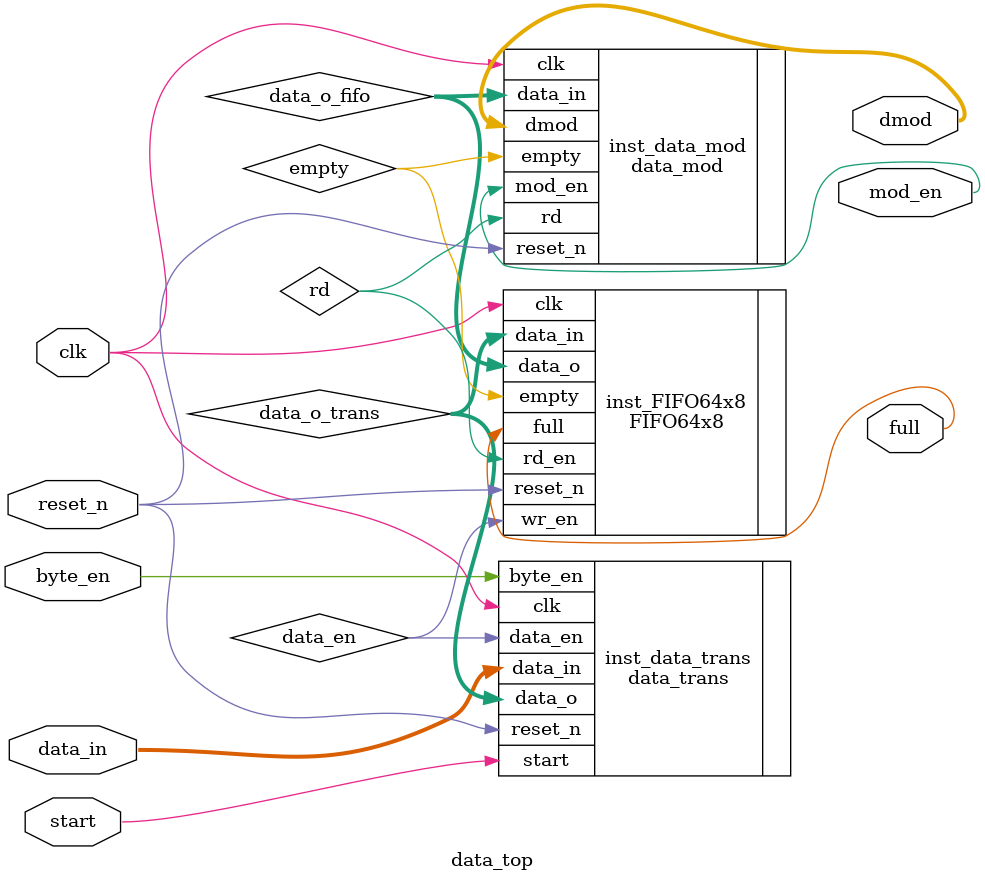
<source format=v>
module data_top (
	input wire			clk		,    // Clock
	input wire			reset_n	,  // Asynchronous reset active low
	input wire			start 	,
	input wire	[7:0]	data_in ,
	input wire			byte_en ,

	output reg  [4:0] dmod    ,
	output reg 		  mod_en  ,
	output reg		  full
	
);
	reg	[7:0]	data_o_trans  ;
	reg	[7:0]	data_o_fifo   ;
	reg			data_en		  ;
	reg			rd 			  ;


	data_trans inst_data_trans
		(
			.clk     (clk),
			.reset_n (reset_n),
			.start   (start),
			.data_in (data_in),
			.byte_en (byte_en),
			.data_o  (data_o_trans),
			.data_en (data_en)
		);

	FIFO64x8 inst_FIFO64x8
		(
			.data_in (data_o_trans),
			.wr_en   (data_en),
			.reset_n (reset_n),
			.clk     (clk),
			.rd_en   (rd),
			.data_o  (data_o_fifo),
			.full    (full),
			.empty   (empty)
		);

	data_mod inst_data_mod
		(
			.clk     (clk),
			.reset_n (reset_n),
			.empty   (empty),
			.data_in (data_o_fifo),
			.rd      (rd),
			.dmod    (dmod),
			.mod_en  (mod_en)
		);



endmodule
</source>
